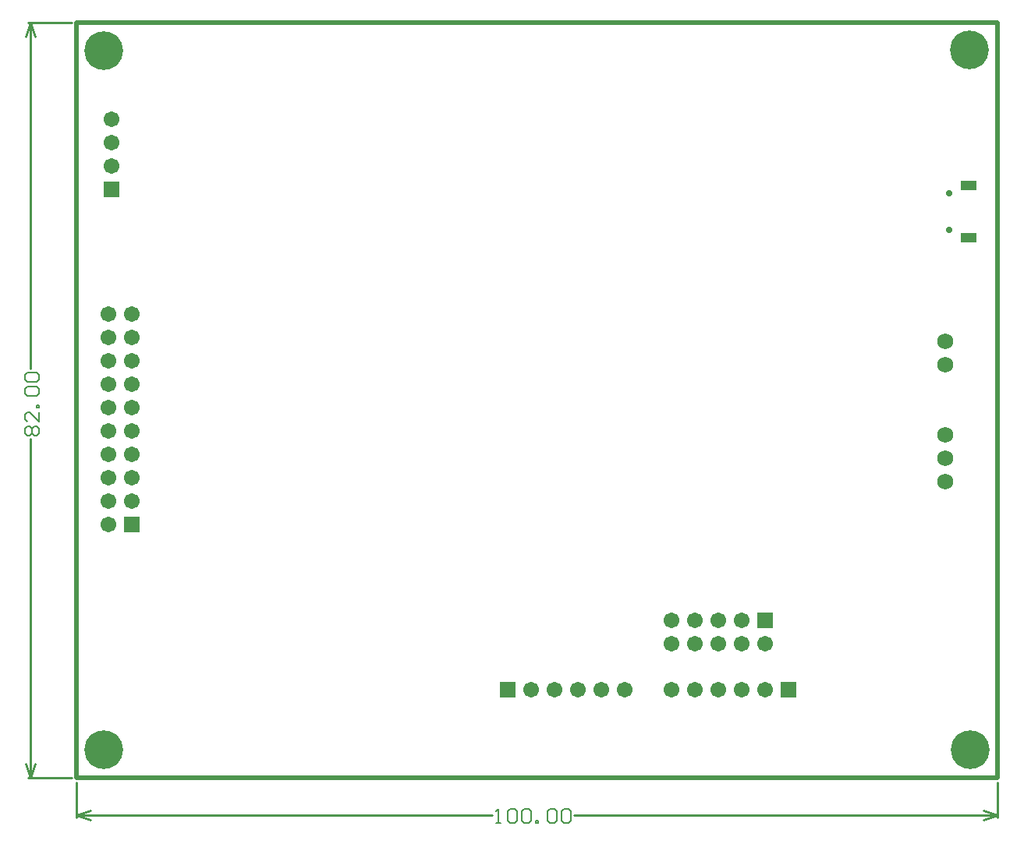
<source format=gbs>
G04*
G04 #@! TF.GenerationSoftware,Altium Limited,Altium Designer,18.1.9 (240)*
G04*
G04 Layer_Color=16711935*
%FSLAX24Y24*%
%MOIN*%
G70*
G01*
G75*
%ADD15C,0.0100*%
%ADD17C,0.0200*%
%ADD18C,0.0060*%
%ADD21C,0.0050*%
%ADD55C,0.0671*%
%ADD64C,0.0680*%
%ADD65R,0.0671X0.0671*%
%ADD66R,0.0671X0.0395*%
%ADD67C,0.0277*%
%ADD68R,0.0671X0.0671*%
%ADD69C,0.1655*%
D15*
X-2150Y600D02*
X-1950Y0D01*
X-1750Y600D01*
X-1950Y32283D02*
X-1750Y31683D01*
X-2150D02*
X-1950Y32283D01*
Y0D02*
Y14472D01*
Y17491D02*
Y32283D01*
X-2050Y0D02*
X-200D01*
X-2050Y32283D02*
X-200D01*
X0Y-1600D02*
X600Y-1400D01*
X0Y-1600D02*
X600Y-1800D01*
X38770D02*
X39370Y-1600D01*
X38770Y-1400D02*
X39370Y-1600D01*
X0D02*
X17766D01*
X21285D02*
X39370D01*
X0Y-1700D02*
Y-200D01*
X39370Y-1700D02*
Y-200D01*
D17*
X0Y0D02*
Y32283D01*
Y0D02*
X39370D01*
X0Y32283D02*
X39370D01*
Y0D02*
Y32283D01*
D18*
X-2090Y14632D02*
X-2190Y14732D01*
Y14932D01*
X-2090Y15032D01*
X-1990D01*
X-1890Y14932D01*
X-1790Y15032D01*
X-1690D01*
X-1590Y14932D01*
Y14732D01*
X-1690Y14632D01*
X-1790D01*
X-1890Y14732D01*
X-1990Y14632D01*
X-2090D01*
X-1890Y14732D02*
Y14932D01*
X-1590Y15632D02*
Y15232D01*
X-1990Y15632D01*
X-2090D01*
X-2190Y15532D01*
Y15332D01*
X-2090Y15232D01*
X-1590Y15832D02*
X-1690D01*
Y15932D01*
X-1590D01*
Y15832D01*
X-2090Y16332D02*
X-2190Y16432D01*
Y16632D01*
X-2090Y16731D01*
X-1690D01*
X-1590Y16632D01*
Y16432D01*
X-1690Y16332D01*
X-2090D01*
Y16931D02*
X-2190Y17031D01*
Y17231D01*
X-2090Y17331D01*
X-1690D01*
X-1590Y17231D01*
Y17031D01*
X-1690Y16931D01*
X-2090D01*
X17926Y-1960D02*
X18125D01*
X18026D01*
Y-1360D01*
X17926Y-1460D01*
X18425D02*
X18525Y-1360D01*
X18725D01*
X18825Y-1460D01*
Y-1860D01*
X18725Y-1960D01*
X18525D01*
X18425Y-1860D01*
Y-1460D01*
X19025D02*
X19125Y-1360D01*
X19325D01*
X19425Y-1460D01*
Y-1860D01*
X19325Y-1960D01*
X19125D01*
X19025Y-1860D01*
Y-1460D01*
X19625Y-1960D02*
Y-1860D01*
X19725D01*
Y-1960D01*
X19625D01*
X20125Y-1460D02*
X20225Y-1360D01*
X20425D01*
X20525Y-1460D01*
Y-1860D01*
X20425Y-1960D01*
X20225D01*
X20125Y-1860D01*
Y-1460D01*
X20725D02*
X20825Y-1360D01*
X21025D01*
X21125Y-1460D01*
Y-1860D01*
X21025Y-1960D01*
X20825D01*
X20725Y-1860D01*
Y-1460D01*
D21*
X38361Y25222D02*
Y25402D01*
X37921Y25222D02*
Y25402D01*
Y25222D02*
X38361D01*
X37921Y25402D02*
X38361D01*
Y22998D02*
Y23178D01*
X37921Y22998D02*
Y23178D01*
Y22998D02*
X38361D01*
X37921Y23178D02*
X38361D01*
D55*
X29434Y5704D02*
D03*
X28434Y6704D02*
D03*
Y5704D02*
D03*
X27434Y6704D02*
D03*
Y5704D02*
D03*
X26434Y6704D02*
D03*
Y5704D02*
D03*
X25434Y6704D02*
D03*
Y5704D02*
D03*
X25450Y3750D02*
D03*
X26450D02*
D03*
X27450D02*
D03*
X28450D02*
D03*
X29450D02*
D03*
X23450D02*
D03*
X22450D02*
D03*
X21450D02*
D03*
X20450D02*
D03*
X19450D02*
D03*
X1500Y26150D02*
D03*
Y27150D02*
D03*
Y28150D02*
D03*
X1356Y19833D02*
D03*
X2356D02*
D03*
X1356Y18833D02*
D03*
X2356D02*
D03*
X1356Y17833D02*
D03*
X2356D02*
D03*
X1356Y16833D02*
D03*
X2356D02*
D03*
X1356Y15833D02*
D03*
X2356D02*
D03*
X1356Y14833D02*
D03*
X2356D02*
D03*
X1356Y13833D02*
D03*
X2356D02*
D03*
X1356Y12833D02*
D03*
X2356D02*
D03*
X1356Y11833D02*
D03*
X2356D02*
D03*
X1356Y10833D02*
D03*
D64*
X37150Y12650D02*
D03*
Y13650D02*
D03*
Y14650D02*
D03*
Y17650D02*
D03*
Y18650D02*
D03*
D65*
X29434Y6704D02*
D03*
X30450Y3750D02*
D03*
X18450D02*
D03*
D66*
X38147Y25312D02*
D03*
Y23088D02*
D03*
D67*
X37300Y23413D02*
D03*
Y24987D02*
D03*
D68*
X1500Y25150D02*
D03*
X2356Y10833D02*
D03*
D69*
X1181Y31069D02*
D03*
X38169Y31119D02*
D03*
X38219Y1181D02*
D03*
X1181D02*
D03*
M02*

</source>
